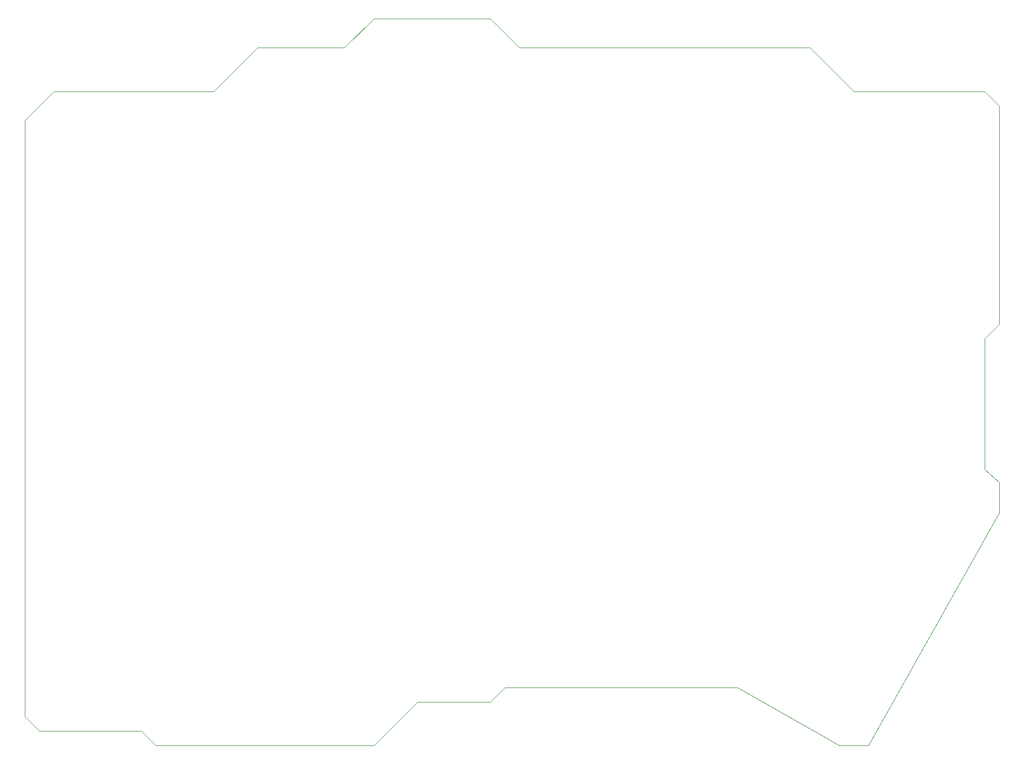
<source format=gbr>
%TF.GenerationSoftware,KiCad,Pcbnew,6.0.4*%
%TF.CreationDate,2022-04-20T09:09:29+02:00*%
%TF.ProjectId,mykeeb,6d796b65-6562-42e6-9b69-6361645f7063,rev?*%
%TF.SameCoordinates,Original*%
%TF.FileFunction,Profile,NP*%
%FSLAX46Y46*%
G04 Gerber Fmt 4.6, Leading zero omitted, Abs format (unit mm)*
G04 Created by KiCad (PCBNEW 6.0.4) date 2022-04-20 09:09:29*
%MOMM*%
%LPD*%
G01*
G04 APERTURE LIST*
%TA.AperFunction,Profile*%
%ADD10C,0.100000*%
%TD*%
G04 APERTURE END LIST*
D10*
X119062500Y-33337500D02*
X166687500Y-33337500D01*
X173831250Y-40481250D01*
X195262500Y-40481250D01*
X197643750Y-42862500D01*
X197643750Y-78581250D01*
X195262500Y-80962500D01*
X195262500Y-102393750D01*
X197643750Y-104489250D01*
X197643750Y-109537500D01*
X176212500Y-147637500D01*
X171450000Y-147637500D01*
X154781250Y-138112500D01*
X116681250Y-138176000D01*
X114300001Y-140493751D01*
X102393750Y-140493750D01*
X95250000Y-147637500D01*
X59531250Y-147637500D01*
X57150000Y-145256250D01*
X40481250Y-145256250D01*
X38100000Y-142875000D01*
X38100000Y-45243750D01*
X42862500Y-40481250D01*
X69056250Y-40481250D01*
X76200000Y-33337500D01*
X90487500Y-33337500D01*
X95250000Y-28575000D01*
X114300000Y-28575000D01*
X119062500Y-33337500D01*
M02*

</source>
